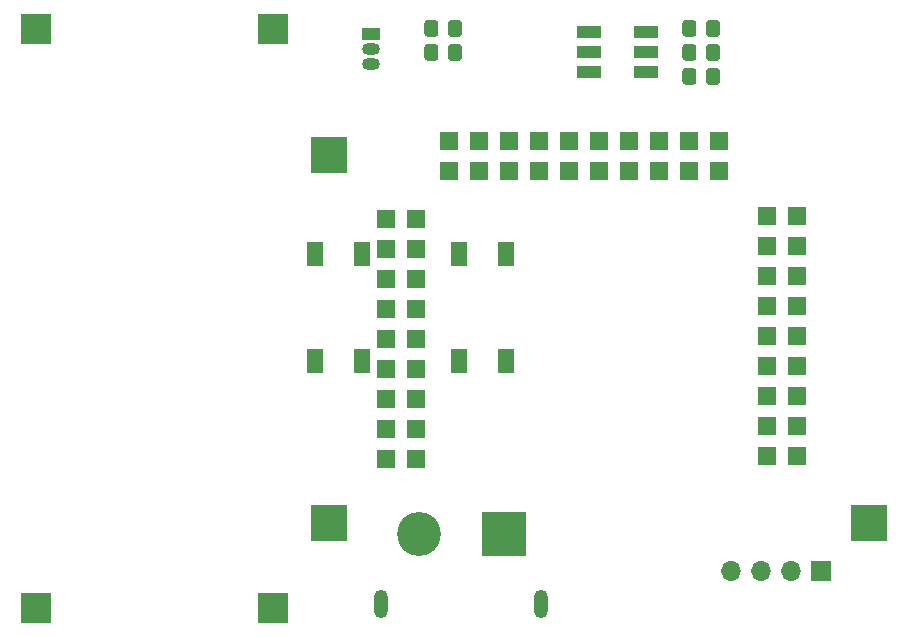
<source format=gbr>
%TF.GenerationSoftware,KiCad,Pcbnew,(5.1.10)-1*%
%TF.CreationDate,2021-10-24T16:06:26+08:00*%
%TF.ProjectId,M1W,4d31572e-6b69-4636-9164-5f7063625858,rev?*%
%TF.SameCoordinates,Original*%
%TF.FileFunction,Soldermask,Top*%
%TF.FilePolarity,Negative*%
%FSLAX46Y46*%
G04 Gerber Fmt 4.6, Leading zero omitted, Abs format (unit mm)*
G04 Created by KiCad (PCBNEW (5.1.10)-1) date 2021-10-24 16:06:26*
%MOMM*%
%LPD*%
G01*
G04 APERTURE LIST*
%ADD10R,1.500000X1.050000*%
%ADD11O,1.500000X1.050000*%
%ADD12R,3.716000X3.716000*%
%ADD13C,3.716000*%
%ADD14O,1.200000X2.400000*%
%ADD15O,1.700000X1.700000*%
%ADD16R,1.700000X1.700000*%
%ADD17R,2.000000X1.100000*%
%ADD18R,1.400000X2.100000*%
%ADD19R,2.500000X2.500000*%
%ADD20R,1.574800X1.574800*%
%ADD21R,3.100020X3.100020*%
G04 APERTURE END LIST*
%TO.C,R8*%
G36*
G01*
X232302000Y-97478001D02*
X232302000Y-96577999D01*
G75*
G02*
X232551999Y-96328000I249999J0D01*
G01*
X233252001Y-96328000D01*
G75*
G02*
X233502000Y-96577999I0J-249999D01*
G01*
X233502000Y-97478001D01*
G75*
G02*
X233252001Y-97728000I-249999J0D01*
G01*
X232551999Y-97728000D01*
G75*
G02*
X232302000Y-97478001I0J249999D01*
G01*
G37*
G36*
G01*
X230302000Y-97478001D02*
X230302000Y-96577999D01*
G75*
G02*
X230551999Y-96328000I249999J0D01*
G01*
X231252001Y-96328000D01*
G75*
G02*
X231502000Y-96577999I0J-249999D01*
G01*
X231502000Y-97478001D01*
G75*
G02*
X231252001Y-97728000I-249999J0D01*
G01*
X230551999Y-97728000D01*
G75*
G02*
X230302000Y-97478001I0J249999D01*
G01*
G37*
%TD*%
%TO.C,R7*%
G36*
G01*
X232302000Y-99510001D02*
X232302000Y-98609999D01*
G75*
G02*
X232551999Y-98360000I249999J0D01*
G01*
X233252001Y-98360000D01*
G75*
G02*
X233502000Y-98609999I0J-249999D01*
G01*
X233502000Y-99510001D01*
G75*
G02*
X233252001Y-99760000I-249999J0D01*
G01*
X232551999Y-99760000D01*
G75*
G02*
X232302000Y-99510001I0J249999D01*
G01*
G37*
G36*
G01*
X230302000Y-99510001D02*
X230302000Y-98609999D01*
G75*
G02*
X230551999Y-98360000I249999J0D01*
G01*
X231252001Y-98360000D01*
G75*
G02*
X231502000Y-98609999I0J-249999D01*
G01*
X231502000Y-99510001D01*
G75*
G02*
X231252001Y-99760000I-249999J0D01*
G01*
X230551999Y-99760000D01*
G75*
G02*
X230302000Y-99510001I0J249999D01*
G01*
G37*
%TD*%
%TO.C,R6*%
G36*
G01*
X232302000Y-95446001D02*
X232302000Y-94545999D01*
G75*
G02*
X232551999Y-94296000I249999J0D01*
G01*
X233252001Y-94296000D01*
G75*
G02*
X233502000Y-94545999I0J-249999D01*
G01*
X233502000Y-95446001D01*
G75*
G02*
X233252001Y-95696000I-249999J0D01*
G01*
X232551999Y-95696000D01*
G75*
G02*
X232302000Y-95446001I0J249999D01*
G01*
G37*
G36*
G01*
X230302000Y-95446001D02*
X230302000Y-94545999D01*
G75*
G02*
X230551999Y-94296000I249999J0D01*
G01*
X231252001Y-94296000D01*
G75*
G02*
X231502000Y-94545999I0J-249999D01*
G01*
X231502000Y-95446001D01*
G75*
G02*
X231252001Y-95696000I-249999J0D01*
G01*
X230551999Y-95696000D01*
G75*
G02*
X230302000Y-95446001I0J249999D01*
G01*
G37*
%TD*%
%TO.C,R5*%
G36*
G01*
X210458000Y-97478001D02*
X210458000Y-96577999D01*
G75*
G02*
X210707999Y-96328000I249999J0D01*
G01*
X211408001Y-96328000D01*
G75*
G02*
X211658000Y-96577999I0J-249999D01*
G01*
X211658000Y-97478001D01*
G75*
G02*
X211408001Y-97728000I-249999J0D01*
G01*
X210707999Y-97728000D01*
G75*
G02*
X210458000Y-97478001I0J249999D01*
G01*
G37*
G36*
G01*
X208458000Y-97478001D02*
X208458000Y-96577999D01*
G75*
G02*
X208707999Y-96328000I249999J0D01*
G01*
X209408001Y-96328000D01*
G75*
G02*
X209658000Y-96577999I0J-249999D01*
G01*
X209658000Y-97478001D01*
G75*
G02*
X209408001Y-97728000I-249999J0D01*
G01*
X208707999Y-97728000D01*
G75*
G02*
X208458000Y-97478001I0J249999D01*
G01*
G37*
%TD*%
%TO.C,R4*%
G36*
G01*
X210458000Y-95446001D02*
X210458000Y-94545999D01*
G75*
G02*
X210707999Y-94296000I249999J0D01*
G01*
X211408001Y-94296000D01*
G75*
G02*
X211658000Y-94545999I0J-249999D01*
G01*
X211658000Y-95446001D01*
G75*
G02*
X211408001Y-95696000I-249999J0D01*
G01*
X210707999Y-95696000D01*
G75*
G02*
X210458000Y-95446001I0J249999D01*
G01*
G37*
G36*
G01*
X208458000Y-95446001D02*
X208458000Y-94545999D01*
G75*
G02*
X208707999Y-94296000I249999J0D01*
G01*
X209408001Y-94296000D01*
G75*
G02*
X209658000Y-94545999I0J-249999D01*
G01*
X209658000Y-95446001D01*
G75*
G02*
X209408001Y-95696000I-249999J0D01*
G01*
X208707999Y-95696000D01*
G75*
G02*
X208458000Y-95446001I0J249999D01*
G01*
G37*
%TD*%
D10*
%TO.C,Q1*%
X203962000Y-95504000D03*
D11*
X203962000Y-98044000D03*
X203962000Y-96774000D03*
%TD*%
D12*
%TO.C,J1*%
X215182000Y-137764000D03*
D13*
X207982000Y-137764000D03*
D14*
X218332000Y-143764000D03*
X204832000Y-143764000D03*
%TD*%
D15*
%TO.C,H1*%
X234442000Y-140970000D03*
X236982000Y-140970000D03*
X239522000Y-140970000D03*
D16*
X242062000Y-140970000D03*
%TD*%
D17*
%TO.C,D4*%
X222390000Y-98728000D03*
X222390000Y-97028000D03*
X222390000Y-95328000D03*
X227190000Y-95328000D03*
X227190000Y-97028000D03*
X227190000Y-98728000D03*
%TD*%
D18*
%TO.C,S2*%
X211364000Y-114068000D03*
X211364000Y-123168000D03*
X215364000Y-123168000D03*
X215364000Y-114068000D03*
%TD*%
%TO.C,S1*%
X203164000Y-123168000D03*
X203164000Y-114068000D03*
X199164000Y-114068000D03*
X199164000Y-123168000D03*
%TD*%
D19*
%TO.C,U1*%
X195619000Y-144071000D03*
X195619000Y-95071000D03*
X175619000Y-144071000D03*
X175619000Y-95071000D03*
%TD*%
D20*
%TO.C,MAIN1*%
X233396641Y-104530201D03*
X233396641Y-107070201D03*
X225776641Y-104530201D03*
X218156641Y-107070201D03*
X215616641Y-107070201D03*
X210536641Y-107070201D03*
X210536641Y-104530201D03*
X213076641Y-104530201D03*
X215616641Y-104530201D03*
X228316641Y-104530201D03*
X220696641Y-104530201D03*
X223236641Y-107070201D03*
X225776641Y-107070201D03*
X230856641Y-104530201D03*
X223236641Y-104530201D03*
X213076641Y-107070201D03*
X218156641Y-104530201D03*
X230856641Y-107070201D03*
X220696641Y-107070201D03*
X228316641Y-107070201D03*
X240039201Y-113430361D03*
X240039201Y-121050361D03*
X237499201Y-123590361D03*
X240039201Y-110890361D03*
X237499201Y-118510361D03*
X240039201Y-115970361D03*
X240039201Y-118510361D03*
X237499201Y-110890361D03*
X240039201Y-123590361D03*
X237499201Y-121050361D03*
X237499201Y-115970361D03*
X237499201Y-113430361D03*
X205241201Y-126384361D03*
X207781201Y-126384361D03*
X205241201Y-131464361D03*
X207781201Y-131464361D03*
X205241201Y-128924361D03*
X207781201Y-128924361D03*
D21*
X200415201Y-136864401D03*
X246135201Y-136864401D03*
X200415201Y-105744321D03*
D20*
X207781201Y-111144361D03*
X205241201Y-111144361D03*
X207781201Y-113684361D03*
X205241201Y-113684361D03*
X207781201Y-116224361D03*
X205241201Y-116224361D03*
X207781201Y-118764361D03*
X205241201Y-118764361D03*
X207781201Y-121304361D03*
X205241201Y-121304361D03*
X207781201Y-123844361D03*
X205241201Y-123844361D03*
X237499201Y-131210361D03*
X240039201Y-131210361D03*
X237499201Y-128670361D03*
X240039201Y-128670361D03*
X237499201Y-126130361D03*
X240039201Y-126130361D03*
%TD*%
M02*

</source>
